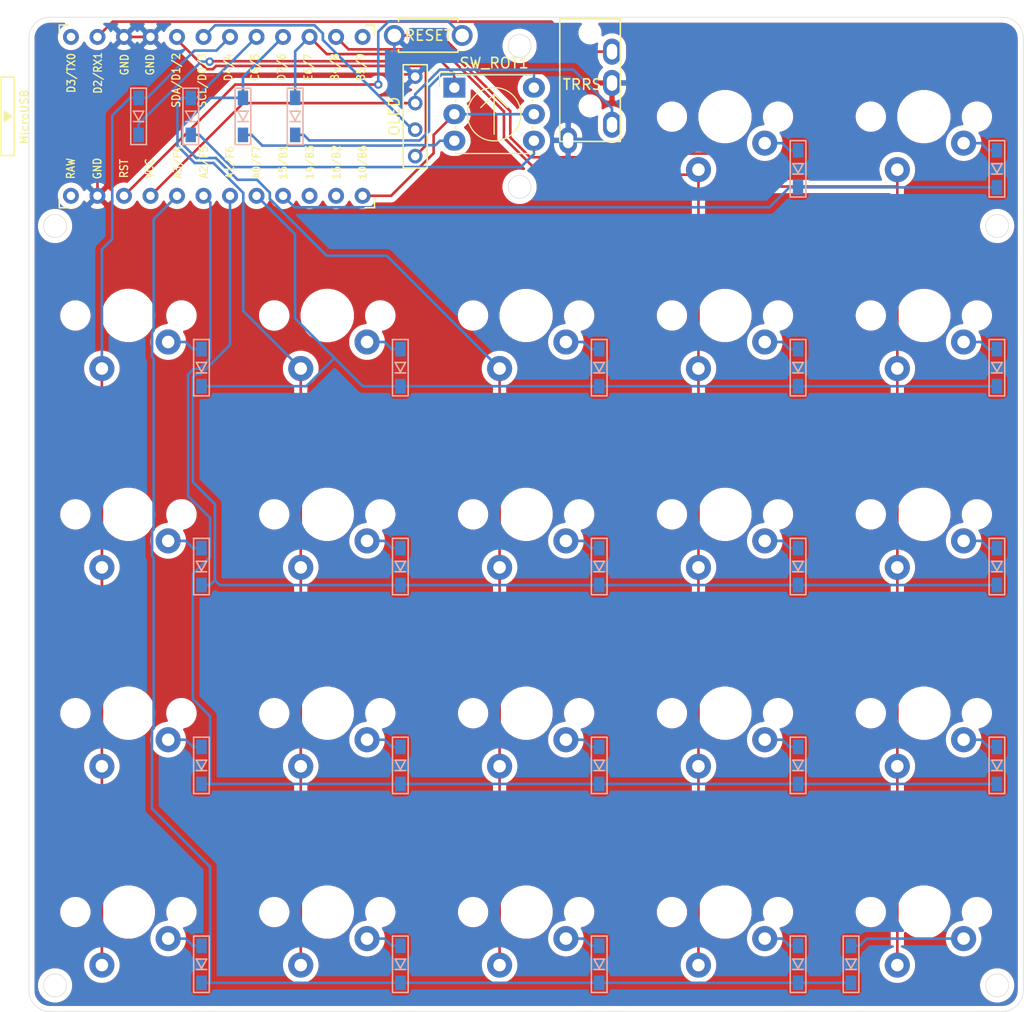
<source format=kicad_pcb>
(kicad_pcb (version 20171130) (host pcbnew "(5.1.9)-1")
  (title_block (title "YUIOP22 Rotary Switch Keyboard") (date 2021-02-13) (rev 1) (company KaoriYa))
  (layers (0 F.Cu signal) (31 B.Cu signal) (34 B.Paste user) (35 F.Paste user) (36 B.SilkS user) (37 F.SilkS user) (38 B.Mask user) (39 F.Mask user) (44 Edge.Cuts user))
  (net 0 "")
  (net 1 /ROW1)
  (net 2 "Net-(D1-Pad2)")
  (net 3 "Net-(D2-Pad2)")
  (net 4 "Net-(D3-Pad2)")
  (net 5 /ROW2)
  (net 6 "Net-(D4-Pad2)")
  (net 7 "Net-(D5-Pad2)")
  (net 8 "Net-(D6-Pad2)")
  (net 9 "Net-(D7-Pad2)")
  (net 10 /ROW3)
  (net 11 "Net-(D8-Pad2)")
  (net 12 "Net-(D9-Pad2)")
  (net 13 "Net-(D10-Pad2)")
  (net 14 "Net-(D11-Pad2)")
  (net 15 "Net-(D12-Pad2)")
  (net 16 /ROW4)
  (net 17 "Net-(D13-Pad2)")
  (net 18 "Net-(D14-Pad2)")
  (net 19 "Net-(D15-Pad2)")
  (net 20 "Net-(D16-Pad2)")
  (net 21 "Net-(D17-Pad2)")
  (net 22 /ROW5)
  (net 23 "Net-(D18-Pad2)")
  (net 24 "Net-(D19-Pad2)")
  (net 25 "Net-(D20-Pad2)")
  (net 26 "Net-(D21-Pad2)")
  (net 27 "Net-(D22-Pad2)")
  (net 28 /COL1)
  (net 29 "Net-(D23-Pad1)")
  (net 30 "Net-(D24-Pad1)")
  (net 31 /COL2)
  (net 32 /COL3)
  (net 33 "Net-(D25-Pad1)")
  (net 34 "Net-(D26-Pad1)")
  (net 35 /COL4)
  (net 36 /CONN)
  (net 37 GND)
  (net 38 VCC)
  (net 39 /SDL)
  (net 40 /SDA)
  (net 41 /COL5)
  (net 42 /RS1)
  (net 43 /RST)
  (module yuiop:D3_SMD_v2_B (layer F.Cu) (at 123.675 64.525 270)
    (fp_text reference D1 hide)
    (fp_text value D hide)
    (pad 1 smd rect (at 1.775 0 90) (size 1.4 1) (layers B.Cu B.Paste B.Mask) (net 1 /ROW1))
    (pad 2 smd rect (at -1.775 0 90) (size 1.4 1) (layers B.Cu B.Paste B.Mask) (net 2 "Net-(D1-Pad2)"))
  )
  (module yuiop:D3_SMD_v2_B (layer F.Cu) (at 142.725 64.525 270)
    (fp_text reference D2 hide)
    (fp_text value D hide)
    (pad 2 smd rect (at -1.775 0 90) (size 1.4 1) (layers B.Cu B.Paste B.Mask) (net 3 "Net-(D2-Pad2)"))
    (pad 1 smd rect (at 1.775 0 90) (size 1.4 1) (layers B.Cu B.Paste B.Mask) (net 1 /ROW1))
  )
  (module yuiop:D3_SMD_v2_B (layer F.Cu) (at 66.525 83.575 270)
    (fp_text reference D3 hide)
    (fp_text value D hide)
    (pad 2 smd rect (at -1.775 0 90) (size 1.4 1) (layers B.Cu B.Paste B.Mask) (net 4 "Net-(D3-Pad2)"))
    (pad 1 smd rect (at 1.775 0 90) (size 1.4 1) (layers B.Cu B.Paste B.Mask) (net 5 /ROW2))
  )
  (module yuiop:D3_SMD_v2_B (layer F.Cu) (at 85.575 83.575 270)
    (fp_text reference D4 hide)
    (fp_text value D hide)
    (pad 1 smd rect (at 1.775 0 90) (size 1.4 1) (layers B.Cu B.Paste B.Mask) (net 5 /ROW2))
    (pad 2 smd rect (at -1.775 0 90) (size 1.4 1) (layers B.Cu B.Paste B.Mask) (net 6 "Net-(D4-Pad2)"))
  )
  (module yuiop:D3_SMD_v2_B (layer F.Cu) (at 104.625 83.575 270)
    (fp_text reference D5 hide)
    (fp_text value D hide)
    (pad 2 smd rect (at -1.775 0 90) (size 1.4 1) (layers B.Cu B.Paste B.Mask) (net 7 "Net-(D5-Pad2)"))
    (pad 1 smd rect (at 1.775 0 90) (size 1.4 1) (layers B.Cu B.Paste B.Mask) (net 5 /ROW2))
  )
  (module yuiop:D3_SMD_v2_B (layer F.Cu) (at 123.675 83.575 270)
    (fp_text reference D6 hide)
    (fp_text value D hide)
    (pad 1 smd rect (at 1.775 0 90) (size 1.4 1) (layers B.Cu B.Paste B.Mask) (net 5 /ROW2))
    (pad 2 smd rect (at -1.775 0 90) (size 1.4 1) (layers B.Cu B.Paste B.Mask) (net 8 "Net-(D6-Pad2)"))
  )
  (module yuiop:D3_SMD_v2_B (layer F.Cu) (at 142.725 83.575 270)
    (fp_text reference D7 hide)
    (fp_text value D hide)
    (pad 2 smd rect (at -1.775 0 90) (size 1.4 1) (layers B.Cu B.Paste B.Mask) (net 9 "Net-(D7-Pad2)"))
    (pad 1 smd rect (at 1.775 0 90) (size 1.4 1) (layers B.Cu B.Paste B.Mask) (net 5 /ROW2))
  )
  (module yuiop:D3_SMD_v2_B (layer F.Cu) (at 66.525 102.625 270)
    (fp_text reference D8 hide)
    (fp_text value D hide)
    (pad 1 smd rect (at 1.775 0 90) (size 1.4 1) (layers B.Cu B.Paste B.Mask) (net 10 /ROW3))
    (pad 2 smd rect (at -1.775 0 90) (size 1.4 1) (layers B.Cu B.Paste B.Mask) (net 11 "Net-(D8-Pad2)"))
  )
  (module yuiop:D3_SMD_v2_B (layer F.Cu) (at 85.575 102.625 270)
    (fp_text reference D9 hide)
    (fp_text value D hide)
    (pad 2 smd rect (at -1.775 0 90) (size 1.4 1) (layers B.Cu B.Paste B.Mask) (net 12 "Net-(D9-Pad2)"))
    (pad 1 smd rect (at 1.775 0 90) (size 1.4 1) (layers B.Cu B.Paste B.Mask) (net 10 /ROW3))
  )
  (module yuiop:D3_SMD_v2_B (layer F.Cu) (at 104.625 102.625 270)
    (fp_text reference D10 hide)
    (fp_text value D hide)
    (pad 1 smd rect (at 1.775 0 90) (size 1.4 1) (layers B.Cu B.Paste B.Mask) (net 10 /ROW3))
    (pad 2 smd rect (at -1.775 0 90) (size 1.4 1) (layers B.Cu B.Paste B.Mask) (net 13 "Net-(D10-Pad2)"))
  )
  (module yuiop:D3_SMD_v2_B (layer F.Cu) (at 123.675 102.625 270)
    (fp_text reference D11 hide)
    (fp_text value D hide)
    (pad 2 smd rect (at -1.775 0 90) (size 1.4 1) (layers B.Cu B.Paste B.Mask) (net 14 "Net-(D11-Pad2)"))
    (pad 1 smd rect (at 1.775 0 90) (size 1.4 1) (layers B.Cu B.Paste B.Mask) (net 10 /ROW3))
  )
  (module yuiop:D3_SMD_v2_B (layer F.Cu) (at 142.725 102.625 270)
    (fp_text reference D12 hide)
    (fp_text value D hide)
    (pad 1 smd rect (at 1.775 0 90) (size 1.4 1) (layers B.Cu B.Paste B.Mask) (net 10 /ROW3))
    (pad 2 smd rect (at -1.775 0 90) (size 1.4 1) (layers B.Cu B.Paste B.Mask) (net 15 "Net-(D12-Pad2)"))
  )
  (module yuiop:D3_SMD_v2_B (layer F.Cu) (at 66.525 121.675 270)
    (fp_text reference D13 hide)
    (fp_text value D hide)
    (pad 1 smd rect (at 1.775 0 90) (size 1.4 1) (layers B.Cu B.Paste B.Mask) (net 16 /ROW4))
    (pad 2 smd rect (at -1.775 0 90) (size 1.4 1) (layers B.Cu B.Paste B.Mask) (net 17 "Net-(D13-Pad2)"))
  )
  (module yuiop:D3_SMD_v2_B (layer F.Cu) (at 85.575 121.675 270)
    (fp_text reference D14 hide)
    (fp_text value D hide)
    (pad 2 smd rect (at -1.775 0 90) (size 1.4 1) (layers B.Cu B.Paste B.Mask) (net 18 "Net-(D14-Pad2)"))
    (pad 1 smd rect (at 1.775 0 90) (size 1.4 1) (layers B.Cu B.Paste B.Mask) (net 16 /ROW4))
  )
  (module yuiop:D3_SMD_v2_B (layer F.Cu) (at 104.625 121.675 270)
    (fp_text reference D15 hide)
    (fp_text value D hide)
    (pad 1 smd rect (at 1.775 0 90) (size 1.4 1) (layers B.Cu B.Paste B.Mask) (net 16 /ROW4))
    (pad 2 smd rect (at -1.775 0 90) (size 1.4 1) (layers B.Cu B.Paste B.Mask) (net 19 "Net-(D15-Pad2)"))
  )
  (module yuiop:D3_SMD_v2_B (layer F.Cu) (at 123.675 121.675 270)
    (fp_text reference D16 hide)
    (fp_text value D hide)
    (pad 2 smd rect (at -1.775 0 90) (size 1.4 1) (layers B.Cu B.Paste B.Mask) (net 20 "Net-(D16-Pad2)"))
    (pad 1 smd rect (at 1.775 0 90) (size 1.4 1) (layers B.Cu B.Paste B.Mask) (net 16 /ROW4))
  )
  (module yuiop:D3_SMD_v2_B (layer F.Cu) (at 142.725 121.675 270)
    (fp_text reference D17 hide)
    (fp_text value D hide)
    (pad 2 smd rect (at -1.775 0 90) (size 1.4 1) (layers B.Cu B.Paste B.Mask) (net 21 "Net-(D17-Pad2)"))
    (pad 1 smd rect (at 1.775 0 90) (size 1.4 1) (layers B.Cu B.Paste B.Mask) (net 16 /ROW4))
  )
  (module yuiop:D3_SMD_v2_B (layer F.Cu) (at 66.525 140.725 270)
    (fp_text reference D18 hide)
    (fp_text value D hide)
    (pad 1 smd rect (at 1.775 0 90) (size 1.4 1) (layers B.Cu B.Paste B.Mask) (net 22 /ROW5))
    (pad 2 smd rect (at -1.775 0 90) (size 1.4 1) (layers B.Cu B.Paste B.Mask) (net 23 "Net-(D18-Pad2)"))
  )
  (module yuiop:D3_SMD_v2_B (layer F.Cu) (at 85.575 140.725 270)
    (fp_text reference D19 hide)
    (fp_text value D hide)
    (pad 2 smd rect (at -1.775 0 90) (size 1.4 1) (layers B.Cu B.Paste B.Mask) (net 24 "Net-(D19-Pad2)"))
    (pad 1 smd rect (at 1.775 0 90) (size 1.4 1) (layers B.Cu B.Paste B.Mask) (net 22 /ROW5))
  )
  (module yuiop:D3_SMD_v2_B (layer F.Cu) (at 104.625 140.725 270)
    (fp_text reference D20 hide)
    (fp_text value D hide)
    (pad 1 smd rect (at 1.775 0 90) (size 1.4 1) (layers B.Cu B.Paste B.Mask) (net 22 /ROW5))
    (pad 2 smd rect (at -1.775 0 90) (size 1.4 1) (layers B.Cu B.Paste B.Mask) (net 25 "Net-(D20-Pad2)"))
  )
  (module yuiop:D3_SMD_v2_B (layer F.Cu) (at 123.675 140.725 270)
    (fp_text reference D21 hide)
    (fp_text value D hide)
    (pad 1 smd rect (at 1.775 0 90) (size 1.4 1) (layers B.Cu B.Paste B.Mask) (net 22 /ROW5))
    (pad 2 smd rect (at -1.775 0 90) (size 1.4 1) (layers B.Cu B.Paste B.Mask) (net 26 "Net-(D21-Pad2)"))
  )
  (module yuiop:D3_SMD_v2_B (layer F.Cu) (at 128.75 140.725 270)
    (fp_text reference D22 hide)
    (fp_text value D hide)
    (pad 2 smd rect (at -1.775 0 90) (size 1.4 1) (layers B.Cu B.Paste B.Mask) (net 27 "Net-(D22-Pad2)"))
    (pad 1 smd rect (at 1.775 0 90) (size 1.4 1) (layers B.Cu B.Paste B.Mask) (net 22 /ROW5))
  )
  (module yuiop:D3_SMD_v2_B (layer F.Cu) (at 60.5 59.5 270)
    (fp_text reference D23 hide)
    (fp_text value D hide)
    (pad 1 smd rect (at 1.775 0 90) (size 1.4 1) (layers B.Cu B.Paste B.Mask) (net 29 "Net-(D23-Pad1)"))
    (pad 2 smd rect (at -1.775 0 90) (size 1.4 1) (layers B.Cu B.Paste B.Mask) (net 28 /COL1))
  )
  (module yuiop:D3_SMD_v2_B (layer F.Cu) (at 65.5 59.5 270)
    (fp_text reference D24 hide)
    (fp_text value D hide)
    (pad 2 smd rect (at -1.775 0 90) (size 1.4 1) (layers B.Cu B.Paste B.Mask) (net 31 /COL2))
    (pad 1 smd rect (at 1.775 0 90) (size 1.4 1) (layers B.Cu B.Paste B.Mask) (net 30 "Net-(D24-Pad1)"))
  )
  (module yuiop:D3_SMD_v2_B (layer F.Cu) (at 70.5 59.5 270)
    (fp_text reference D25 hide)
    (fp_text value D hide)
    (pad 1 smd rect (at 1.775 0 90) (size 1.4 1) (layers B.Cu B.Paste B.Mask) (net 33 "Net-(D25-Pad1)"))
    (pad 2 smd rect (at -1.775 0 90) (size 1.4 1) (layers B.Cu B.Paste B.Mask) (net 32 /COL3))
  )
  (module yuiop:D3_SMD_v2_B (layer F.Cu) (at 75.5 59.5 270)
    (fp_text reference D26 hide)
    (fp_text value D hide)
    (pad 2 smd rect (at -1.775 0 90) (size 1.4 1) (layers B.Cu B.Paste B.Mask) (net 35 /COL4))
    (pad 1 smd rect (at 1.775 0 90) (size 1.4 1) (layers B.Cu B.Paste B.Mask) (net 34 "Net-(D26-Pad1)"))
  )
  (module kbd:MJ-4PP-9_1side (layer F.Cu) (at 103.75 50)
    (fp_text reference J1)
    (fp_text value MJ-4PP-9 hide)
    (fp_text user TRRS (at -0.75 6.45) (layer F.SilkS))
    (pad "" np_thru_hole circle (at 0 1.5) (size 1.2 1.2) (drill 1.2) (layers *.Cu *.Mask))
    (pad "" np_thru_hole circle (at 0 8.5) (size 1.2 1.2) (drill 1.2) (layers *.Cu *.Mask))
    (pad B thru_hole oval (at 2.1 3.3) (size 1.7 2.5) (drill oval 1 1.5) (layers *.Cu B.Mask) (net 36 /CONN))
    (pad C thru_hole oval (at 2.1 6.3) (size 1.7 2.5) (drill oval 1 1.5) (layers *.Cu B.Mask) (net 37 GND))
    (pad D thru_hole oval (at 2.1 10.3) (size 1.7 2.5) (drill oval 1 1.5) (layers *.Cu B.Mask) (net 38 VCC) (clearance 0.15))
    (pad A thru_hole oval (at -2.1 11.8) (size 1.7 2.5) (drill oval 1 1.5) (layers *.Cu B.Mask) (net 37 GND) (clearance 0.15))
  )
  (module yuiop:OLED_128x32 (layer F.Cu) (at 87 59.5 90)
    (fp_text reference OL1 hide)
    (fp_text value OLED hide)
    (fp_text user OLED (at 0 -2 90) (layer F.SilkS))
    (pad 2 thru_hole circle (at -1.27 0 90) (size 1.397 1.397) (drill 0.8128) (layers *.Cu B.Mask) (net 39 /SDL))
    (pad 1 thru_hole circle (at -3.81 0 90) (size 1.397 1.397) (drill 0.8128) (layers *.Cu B.Mask) (net 40 /SDA))
    (pad 4 thru_hole circle (at 3.81 0 90) (size 1.397 1.397) (drill 0.8128) (layers *.Cu B.Mask) (net 37 GND))
    (pad 3 thru_hole circle (at 1.27 0 90) (size 1.397 1.397) (drill 0.8128) (layers *.Cu B.Mask) (net 38 VCC))
  )
  (module yuiop:Switch_CherryMX_1.00u (layer F.Cu) (at 116.675 59.525)
    (fp_text reference SW1 hide)
    (fp_text value SW_PUSH)
    (pad 1 thru_hole circle (at -2.54 5.08 180) (size 2.4 2.4) (drill 1.2) (layers *.Cu B.Mask) (net 35 /COL4))
    (pad 2 thru_hole circle (at 3.81 2.54 180) (size 2.4 2.4) (drill 1.2) (layers *.Cu B.Mask) (net 2 "Net-(D1-Pad2)"))
    (pad "" np_thru_hole circle (at 0 0) (size 4.1 4.1) (drill 4.1) (layers *.Cu *.Mask))
    (pad "" np_thru_hole circle (at -5.08 0 180) (size 1.9 1.9) (drill 1.9) (layers *.Cu *.Mask))
    (pad "" np_thru_hole circle (at 5.08 0 180) (size 1.9 1.9) (drill 1.9) (layers *.Cu *.Mask))
  )
  (module yuiop:Switch_CherryMX_1.00u (layer F.Cu) (at 135.725 59.525)
    (fp_text reference SW2 hide)
    (fp_text value SW_PUSH)
    (pad "" np_thru_hole circle (at 5.08 0 180) (size 1.9 1.9) (drill 1.9) (layers *.Cu *.Mask))
    (pad "" np_thru_hole circle (at -5.08 0 180) (size 1.9 1.9) (drill 1.9) (layers *.Cu *.Mask))
    (pad "" np_thru_hole circle (at 0 0) (size 4.1 4.1) (drill 4.1) (layers *.Cu *.Mask))
    (pad 2 thru_hole circle (at 3.81 2.54 180) (size 2.4 2.4) (drill 1.2) (layers *.Cu B.Mask) (net 3 "Net-(D2-Pad2)"))
    (pad 1 thru_hole circle (at -2.54 5.08 180) (size 2.4 2.4) (drill 1.2) (layers *.Cu B.Mask) (net 41 /COL5))
  )
  (module yuiop:Switch_CherryMX_1.00u (layer F.Cu) (at 59.525 78.575)
    (fp_text reference SW3 hide)
    (fp_text value SW_PUSH)
    (pad 1 thru_hole circle (at -2.54 5.08 180) (size 2.4 2.4) (drill 1.2) (layers *.Cu B.Mask) (net 28 /COL1))
    (pad 2 thru_hole circle (at 3.81 2.54 180) (size 2.4 2.4) (drill 1.2) (layers *.Cu B.Mask) (net 4 "Net-(D3-Pad2)"))
    (pad "" np_thru_hole circle (at 0 0) (size 4.1 4.1) (drill 4.1) (layers *.Cu *.Mask))
    (pad "" np_thru_hole circle (at -5.08 0 180) (size 1.9 1.9) (drill 1.9) (layers *.Cu *.Mask))
    (pad "" np_thru_hole circle (at 5.08 0 180) (size 1.9 1.9) (drill 1.9) (layers *.Cu *.Mask))
  )
  (module yuiop:Switch_CherryMX_1.00u (layer F.Cu) (at 78.575 78.575)
    (fp_text reference SW4 hide)
    (fp_text value SW_PUSH)
    (pad "" np_thru_hole circle (at 5.08 0 180) (size 1.9 1.9) (drill 1.9) (layers *.Cu *.Mask))
    (pad "" np_thru_hole circle (at -5.08 0 180) (size 1.9 1.9) (drill 1.9) (layers *.Cu *.Mask))
    (pad "" np_thru_hole circle (at 0 0) (size 4.1 4.1) (drill 4.1) (layers *.Cu *.Mask))
    (pad 2 thru_hole circle (at 3.81 2.54 180) (size 2.4 2.4) (drill 1.2) (layers *.Cu B.Mask) (net 6 "Net-(D4-Pad2)"))
    (pad 1 thru_hole circle (at -2.54 5.08 180) (size 2.4 2.4) (drill 1.2) (layers *.Cu B.Mask) (net 31 /COL2))
  )
  (module yuiop:Switch_CherryMX_1.00u (layer F.Cu) (at 97.625 78.575)
    (fp_text reference SW5 hide)
    (fp_text value SW_PUSH)
    (pad "" np_thru_hole circle (at 5.08 0 180) (size 1.9 1.9) (drill 1.9) (layers *.Cu *.Mask))
    (pad "" np_thru_hole circle (at -5.08 0 180) (size 1.9 1.9) (drill 1.9) (layers *.Cu *.Mask))
    (pad "" np_thru_hole circle (at 0 0) (size 4.1 4.1) (drill 4.1) (layers *.Cu *.Mask))
    (pad 2 thru_hole circle (at 3.81 2.54 180) (size 2.4 2.4) (drill 1.2) (layers *.Cu B.Mask) (net 7 "Net-(D5-Pad2)"))
    (pad 1 thru_hole circle (at -2.54 5.08 180) (size 2.4 2.4) (drill 1.2) (layers *.Cu B.Mask) (net 32 /COL3))
  )
  (module yuiop:Switch_CherryMX_1.00u (layer F.Cu) (at 116.675 78.575)
    (fp_text reference SW6 hide)
    (fp_text value SW_PUSH)
    (pad 1 thru_hole circle (at -2.54 5.08 180) (size 2.4 2.4) (drill 1.2) (layers *.Cu B.Mask) (net 35 /COL4))
    (pad 2 thru_hole circle (at 3.81 2.54 180) (size 2.4 2.4) (drill 1.2) (layers *.Cu B.Mask) (net 8 "Net-(D6-Pad2)"))
    (pad "" np_thru_hole circle (at 0 0) (size 4.1 4.1) (drill 4.1) (layers *.Cu *.Mask))
    (pad "" np_thru_hole circle (at -5.08 0 180) (size 1.9 1.9) (drill 1.9) (layers *.Cu *.Mask))
    (pad "" np_thru_hole circle (at 5.08 0 180) (size 1.9 1.9) (drill 1.9) (layers *.Cu *.Mask))
  )
  (module yuiop:Switch_CherryMX_1.00u (layer F.Cu) (at 135.725 78.575)
    (fp_text reference SW7 hide)
    (fp_text value SW_PUSH)
    (pad "" np_thru_hole circle (at 5.08 0 180) (size 1.9 1.9) (drill 1.9) (layers *.Cu *.Mask))
    (pad "" np_thru_hole circle (at -5.08 0 180) (size 1.9 1.9) (drill 1.9) (layers *.Cu *.Mask))
    (pad "" np_thru_hole circle (at 0 0) (size 4.1 4.1) (drill 4.1) (layers *.Cu *.Mask))
    (pad 2 thru_hole circle (at 3.81 2.54 180) (size 2.4 2.4) (drill 1.2) (layers *.Cu B.Mask) (net 9 "Net-(D7-Pad2)"))
    (pad 1 thru_hole circle (at -2.54 5.08 180) (size 2.4 2.4) (drill 1.2) (layers *.Cu B.Mask) (net 41 /COL5))
  )
  (module yuiop:Switch_CherryMX_1.00u (layer F.Cu) (at 59.525 97.625)
    (fp_text reference SW8 hide)
    (fp_text value SW_PUSH)
    (pad 1 thru_hole circle (at -2.54 5.08 180) (size 2.4 2.4) (drill 1.2) (layers *.Cu B.Mask) (net 28 /COL1))
    (pad 2 thru_hole circle (at 3.81 2.54 180) (size 2.4 2.4) (drill 1.2) (layers *.Cu B.Mask) (net 11 "Net-(D8-Pad2)"))
    (pad "" np_thru_hole circle (at 0 0) (size 4.1 4.1) (drill 4.1) (layers *.Cu *.Mask))
    (pad "" np_thru_hole circle (at -5.08 0 180) (size 1.9 1.9) (drill 1.9) (layers *.Cu *.Mask))
    (pad "" np_thru_hole circle (at 5.08 0 180) (size 1.9 1.9) (drill 1.9) (layers *.Cu *.Mask))
  )
  (module yuiop:Switch_CherryMX_1.00u (layer F.Cu) (at 78.575 97.625)
    (fp_text reference SW9 hide)
    (fp_text value SW_PUSH)
    (pad "" np_thru_hole circle (at 5.08 0 180) (size 1.9 1.9) (drill 1.9) (layers *.Cu *.Mask))
    (pad "" np_thru_hole circle (at -5.08 0 180) (size 1.9 1.9) (drill 1.9) (layers *.Cu *.Mask))
    (pad "" np_thru_hole circle (at 0 0) (size 4.1 4.1) (drill 4.1) (layers *.Cu *.Mask))
    (pad 2 thru_hole circle (at 3.81 2.54 180) (size 2.4 2.4) (drill 1.2) (layers *.Cu B.Mask) (net 12 "Net-(D9-Pad2)"))
    (pad 1 thru_hole circle (at -2.54 5.08 180) (size 2.4 2.4) (drill 1.2) (layers *.Cu B.Mask) (net 31 /COL2))
  )
  (module yuiop:Switch_CherryMX_1.00u (layer F.Cu) (at 97.625 97.625)
    (fp_text reference SW10 hide)
    (fp_text value SW_PUSH)
    (pad "" np_thru_hole circle (at 5.08 0 180) (size 1.9 1.9) (drill 1.9) (layers *.Cu *.Mask))
    (pad "" np_thru_hole circle (at -5.08 0 180) (size 1.9 1.9) (drill 1.9) (layers *.Cu *.Mask))
    (pad "" np_thru_hole circle (at 0 0) (size 4.1 4.1) (drill 4.1) (layers *.Cu *.Mask))
    (pad 2 thru_hole circle (at 3.81 2.54 180) (size 2.4 2.4) (drill 1.2) (layers *.Cu B.Mask) (net 13 "Net-(D10-Pad2)"))
    (pad 1 thru_hole circle (at -2.54 5.08 180) (size 2.4 2.4) (drill 1.2) (layers *.Cu B.Mask) (net 32 /COL3))
  )
  (module yuiop:Switch_CherryMX_1.00u (layer F.Cu) (at 116.675 97.625)
    (fp_text reference SW11 hide)
    (fp_text value SW_PUSH)
    (pad 1 thru_hole circle (at -2.54 5.08 180) (size 2.4 2.4) (drill 1.2) (layers *.Cu B.Mask) (net 35 /COL4))
    (pad 2 thru_hole circle (at 3.81 2.54 180) (size 2.4 2.4) (drill 1.2) (layers *.Cu B.Mask) (net 14 "Net-(D11-Pad2)"))
    (pad "" np_thru_hole circle (at 0 0) (size 4.1 4.1) (drill 4.1) (layers *.Cu *.Mask))
    (pad "" np_thru_hole circle (at -5.08 0 180) (size 1.9 1.9) (drill 1.9) (layers *.Cu *.Mask))
    (pad "" np_thru_hole circle (at 5.08 0 180) (size 1.9 1.9) (drill 1.9) (layers *.Cu *.Mask))
  )
  (module yuiop:Switch_CherryMX_1.00u (layer F.Cu) (at 135.725 97.625)
    (fp_text reference SW12 hide)
    (fp_text value SW_PUSH)
    (pad 1 thru_hole circle (at -2.54 5.08 180) (size 2.4 2.4) (drill 1.2) (layers *.Cu B.Mask) (net 41 /COL5))
    (pad 2 thru_hole circle (at 3.81 2.54 180) (size 2.4 2.4) (drill 1.2) (layers *.Cu B.Mask) (net 15 "Net-(D12-Pad2)"))
    (pad "" np_thru_hole circle (at 0 0) (size 4.1 4.1) (drill 4.1) (layers *.Cu *.Mask))
    (pad "" np_thru_hole circle (at -5.08 0 180) (size 1.9 1.9) (drill 1.9) (layers *.Cu *.Mask))
    (pad "" np_thru_hole circle (at 5.08 0 180) (size 1.9 1.9) (drill 1.9) (layers *.Cu *.Mask))
  )
  (module yuiop:Switch_CherryMX_1.00u (layer F.Cu) (at 59.525 116.675)
    (fp_text reference SW13 hide)
    (fp_text value SW_PUSH)
    (pad "" np_thru_hole circle (at 5.08 0 180) (size 1.9 1.9) (drill 1.9) (layers *.Cu *.Mask))
    (pad "" np_thru_hole circle (at -5.08 0 180) (size 1.9 1.9) (drill 1.9) (layers *.Cu *.Mask))
    (pad "" np_thru_hole circle (at 0 0) (size 4.1 4.1) (drill 4.1) (layers *.Cu *.Mask))
    (pad 2 thru_hole circle (at 3.81 2.54 180) (size 2.4 2.4) (drill 1.2) (layers *.Cu B.Mask) (net 17 "Net-(D13-Pad2)"))
    (pad 1 thru_hole circle (at -2.54 5.08 180) (size 2.4 2.4) (drill 1.2) (layers *.Cu B.Mask) (net 28 /COL1))
  )
  (module yuiop:Switch_CherryMX_1.00u (layer F.Cu) (at 78.575 116.675)
    (fp_text reference SW14 hide)
    (fp_text value SW_PUSH)
    (pad "" np_thru_hole circle (at 5.08 0 180) (size 1.9 1.9) (drill 1.9) (layers *.Cu *.Mask))
    (pad "" np_thru_hole circle (at -5.08 0 180) (size 1.9 1.9) (drill 1.9) (layers *.Cu *.Mask))
    (pad "" np_thru_hole circle (at 0 0) (size 4.1 4.1) (drill 4.1) (layers *.Cu *.Mask))
    (pad 2 thru_hole circle (at 3.81 2.54 180) (size 2.4 2.4) (drill 1.2) (layers *.Cu B.Mask) (net 18 "Net-(D14-Pad2)"))
    (pad 1 thru_hole circle (at -2.54 5.08 180) (size 2.4 2.4) (drill 1.2) (layers *.Cu B.Mask) (net 31 /COL2))
  )
  (module yuiop:Switch_CherryMX_1.00u (layer F.Cu) (at 97.625 116.675)
    (fp_text reference SW15 hide)
    (fp_text value SW_PUSH)
    (pad 1 thru_hole circle (at -2.54 5.08 180) (size 2.4 2.4) (drill 1.2) (layers *.Cu B.Mask) (net 32 /COL3))
    (pad 2 thru_hole circle (at 3.81 2.54 180) (size 2.4 2.4) (drill 1.2) (layers *.Cu B.Mask) (net 19 "Net-(D15-Pad2)"))
    (pad "" np_thru_hole circle (at 0 0) (size 4.1 4.1) (drill 4.1) (layers *.Cu *.Mask))
    (pad "" np_thru_hole circle (at -5.08 0 180) (size 1.9 1.9) (drill 1.9) (layers *.Cu *.Mask))
    (pad "" np_thru_hole circle (at 5.08 0 180) (size 1.9 1.9) (drill 1.9) (layers *.Cu *.Mask))
  )
  (module yuiop:Switch_CherryMX_1.00u (layer F.Cu) (at 116.675 116.675)
    (fp_text reference SW16 hide)
    (fp_text value SW_PUSH)
    (pad 1 thru_hole circle (at -2.54 5.08 180) (size 2.4 2.4) (drill 1.2) (layers *.Cu B.Mask) (net 35 /COL4))
    (pad 2 thru_hole circle (at 3.81 2.54 180) (size 2.4 2.4) (drill 1.2) (layers *.Cu B.Mask) (net 20 "Net-(D16-Pad2)"))
    (pad "" np_thru_hole circle (at 0 0) (size 4.1 4.1) (drill 4.1) (layers *.Cu *.Mask))
    (pad "" np_thru_hole circle (at -5.08 0 180) (size 1.9 1.9) (drill 1.9) (layers *.Cu *.Mask))
    (pad "" np_thru_hole circle (at 5.08 0 180) (size 1.9 1.9) (drill 1.9) (layers *.Cu *.Mask))
  )
  (module yuiop:Switch_CherryMX_1.00u (layer F.Cu) (at 135.725 116.675)
    (fp_text reference SW17 hide)
    (fp_text value SW_PUSH)
    (pad "" np_thru_hole circle (at 5.08 0 180) (size 1.9 1.9) (drill 1.9) (layers *.Cu *.Mask))
    (pad "" np_thru_hole circle (at -5.08 0 180) (size 1.9 1.9) (drill 1.9) (layers *.Cu *.Mask))
    (pad "" np_thru_hole circle (at 0 0) (size 4.1 4.1) (drill 4.1) (layers *.Cu *.Mask))
    (pad 2 thru_hole circle (at 3.81 2.54 180) (size 2.4 2.4) (drill 1.2) (layers *.Cu B.Mask) (net 21 "Net-(D17-Pad2)"))
    (pad 1 thru_hole circle (at -2.54 5.08 180) (size 2.4 2.4) (drill 1.2) (layers *.Cu B.Mask) (net 41 /COL5))
  )
  (module yuiop:Switch_CherryMX_1.00u (layer F.Cu) (at 59.525 135.725)
    (fp_text reference SW18 hide)
    (fp_text value SW_PUSH)
    (pad 1 thru_hole circle (at -2.54 5.08 180) (size 2.4 2.4) (drill 1.2) (layers *.Cu B.Mask) (net 28 /COL1))
    (pad 2 thru_hole circle (at 3.81 2.54 180) (size 2.4 2.4) (drill 1.2) (layers *.Cu B.Mask) (net 23 "Net-(D18-Pad2)"))
    (pad "" np_thru_hole circle (at 0 0) (size 4.1 4.1) (drill 4.1) (layers *.Cu *.Mask))
    (pad "" np_thru_hole circle (at -5.08 0 180) (size 1.9 1.9) (drill 1.9) (layers *.Cu *.Mask))
    (pad "" np_thru_hole circle (at 5.08 0 180) (size 1.9 1.9) (drill 1.9) (layers *.Cu *.Mask))
  )
  (module yuiop:Switch_CherryMX_1.00u (layer F.Cu) (at 78.575 135.725)
    (fp_text reference SW19 hide)
    (fp_text value SW_PUSH)
    (pad "" np_thru_hole circle (at 5.08 0 180) (size 1.9 1.9) (drill 1.9) (layers *.Cu *.Mask))
    (pad "" np_thru_hole circle (at -5.08 0 180) (size 1.9 1.9) (drill 1.9) (layers *.Cu *.Mask))
    (pad "" np_thru_hole circle (at 0 0) (size 4.1 4.1) (drill 4.1) (layers *.Cu *.Mask))
    (pad 2 thru_hole circle (at 3.81 2.54 180) (size 2.4 2.4) (drill 1.2) (layers *.Cu B.Mask) (net 24 "Net-(D19-Pad2)"))
    (pad 1 thru_hole circle (at -2.54 5.08 180) (size 2.4 2.4) (drill 1.2) (layers *.Cu B.Mask) (net 31 /COL2))
  )
  (module yuiop:Switch_CherryMX_1.00u (layer F.Cu) (at 97.625 135.725)
    (fp_text reference SW20 hide)
    (fp_text value SW_PUSH)
    (pad 1 thru_hole circle (at -2.54 5.08 180) (size 2.4 2.4) (drill 1.2) (layers *.Cu B.Mask) (net 32 /COL3))
    (pad 2 thru_hole circle (at 3.81 2.54 180) (size 2.4 2.4) (drill 1.2) (layers *.Cu B.Mask) (net 25 "Net-(D20-Pad2)"))
    (pad "" np_thru_hole circle (at 0 0) (size 4.1 4.1) (drill 4.1) (layers *.Cu *.Mask))
    (pad "" np_thru_hole circle (at -5.08 0 180) (size 1.9 1.9) (drill 1.9) (layers *.Cu *.Mask))
    (pad "" np_thru_hole circle (at 5.08 0 180) (size 1.9 1.9) (drill 1.9) (layers *.Cu *.Mask))
  )
  (module yuiop:Switch_CherryMX_1.00u (layer F.Cu) (at 116.675 135.725)
    (fp_text reference SW21 hide)
    (fp_text value SW_PUSH)
    (pad "" np_thru_hole circle (at 5.08 0 180) (size 1.9 1.9) (drill 1.9) (layers *.Cu *.Mask))
    (pad "" np_thru_hole circle (at -5.08 0 180) (size 1.9 1.9) (drill 1.9) (layers *.Cu *.Mask))
    (pad "" np_thru_hole circle (at 0 0) (size 4.1 4.1) (drill 4.1) (layers *.Cu *.Mask))
    (pad 2 thru_hole circle (at 3.81 2.54 180) (size 2.4 2.4) (drill 1.2) (layers *.Cu B.Mask) (net 26 "Net-(D21-Pad2)"))
    (pad 1 thru_hole circle (at -2.54 5.08 180) (size 2.4 2.4) (drill 1.2) (layers *.Cu B.Mask) (net 35 /COL4))
  )
  (module yuiop:Switch_CherryMX_1.00u (layer F.Cu) (at 135.725 135.725)
    (fp_text reference SW22 hide)
    (fp_text value SW_PUSH)
    (pad 1 thru_hole circle (at -2.54 5.08 180) (size 2.4 2.4) (drill 1.2) (layers *.Cu B.Mask) (net 41 /COL5))
    (pad 2 thru_hole circle (at 3.81 2.54 180) (size 2.4 2.4) (drill 1.2) (layers *.Cu B.Mask) (net 27 "Net-(D22-Pad2)"))
    (pad "" np_thru_hole circle (at 0 0) (size 4.1 4.1) (drill 4.1) (layers *.Cu *.Mask))
    (pad "" np_thru_hole circle (at -5.08 0 180) (size 1.9 1.9) (drill 1.9) (layers *.Cu *.Mask))
    (pad "" np_thru_hole circle (at 5.08 0 180) (size 1.9 1.9) (drill 1.9) (layers *.Cu *.Mask))
  )
  (module Button_Switch_THT:Nidec_Copal_SH-7010C (layer F.Cu) (at 90.75 56.75)
    (fp_text reference SW_ROT1 (at 3.81 -2.36) (layer F.SilkS))
    (fp_text value SW_Coded_SH-7010)
    (pad 1 thru_hole rect (at 0 0) (size 2.1 1.9) (drill 1) (layers *.Cu B.Mask) (net 29 "Net-(D23-Pad1)"))
    (pad 8 thru_hole oval (at 7.62 0) (size 2.1 1.9) (drill 1) (layers *.Cu B.Mask) (net 34 "Net-(D26-Pad1)"))
    (pad C thru_hole oval (at 0 2.54) (size 2.1 1.9) (drill 1) (layers *.Cu B.Mask) (net 42 /RS1))
    (pad C thru_hole oval (at 7.62 2.54) (size 2.1 1.9) (drill 1) (layers *.Cu B.Mask) (net 42 /RS1))
    (pad 4 thru_hole oval (at 0 5.08) (size 2.1 1.9) (drill 1) (layers *.Cu B.Mask) (net 33 "Net-(D25-Pad1)"))
    (pad 2 thru_hole oval (at 7.62 5.08) (size 2.1 1.9) (drill 1) (layers *.Cu B.Mask) (net 30 "Net-(D24-Pad1)"))
  )
  (module yuiop:ResetSW_2_1side (layer F.Cu) (at 88.25 51.75)
    (fp_text reference SW_RST1 hide)
    (fp_text value SW_PUSH)
    (fp_text user RESET (at 0 0) (layer F.SilkS))
    (pad 2 thru_hole circle (at -3.25 0) (size 2 2) (drill 1.3) (layers *.Cu B.Mask) (net 37 GND))
    (pad 1 thru_hole circle (at 3.25 0) (size 2 2) (drill 1.3) (layers *.Cu B.Mask) (net 43 /RST))
  )
  (module kbd:ProMicro_v3 (layer F.Cu) (at 68.5 59.5 90)
    (fp_text reference U1 hide)
    (fp_text value ProMicro hide)
    (fp_text user MicroUSB (at -0.05 -18.95 90) (layer F.SilkS) (effects (font (size 0.75 0.75) (thickness 0.12))))
    (fp_text user MicroUSB (at -0.05 -18.95 90) (layer F.SilkS) (effects (font (size 0.75 0.75) (thickness 0.12))))
    (fp_text user B4/8 (at 4.705 10.8 90 unlocked) (layer F.SilkS) (effects (font (size 0.75 0.67) (thickness 0.125))))
    (fp_text user D2/RX1 (at 4.155 -11.9 90 unlocked) (layer F.SilkS) (effects (font (size 0.75 0.67) (thickness 0.125))))
    (fp_text user B5/9 (at 4.705 13.3 90 unlocked) (layer F.SilkS) (effects (font (size 0.75 0.67) (thickness 0.125))))
    (fp_text user C6/5 (at 4.705 3.15 90 unlocked) (layer F.SilkS) (effects (font (size 0.75 0.67) (thickness 0.125))))
    (fp_text user SCL/D0/3 (at 3.455 -1.9 90 unlocked) (layer F.SilkS) (effects (font (size 0.75 0.67) (thickness 0.125))))
    (fp_text user SDA/D1/2 (at 3.455 -4.4 90 unlocked) (layer F.SilkS) (effects (font (size 0.75 0.67) (thickness 0.125))))
    (fp_text user D4/4 (at 4.705 0.6 90 unlocked) (layer F.SilkS) (effects (font (size 0.75 0.67) (thickness 0.125))))
    (fp_text user D3/TX0 (at 4.155 -14.45 90 unlocked) (layer F.SilkS) (effects (font (size 0.75 0.67) (thickness 0.125))))
    (fp_text user GND (at 4.955 -6.9 90 unlocked) (layer F.SilkS) (effects (font (size 0.75 0.67) (thickness 0.125))))
    (fp_text user GND (at 4.955 -9.35 90 unlocked) (layer F.SilkS) (effects (font (size 0.75 0.67) (thickness 0.125))))
    (fp_text user D7/6 (at 4.705 5.7 90 unlocked) (layer F.SilkS) (effects (font (size 0.75 0.67) (thickness 0.125))))
    (fp_text user E6/7 (at 4.705 8.25 90 unlocked) (layer F.SilkS) (effects (font (size 0.75 0.67) (thickness 0.125))))
    (fp_text user 16/B2 (at -4.395 10.95 90 unlocked) (layer F.SilkS) (effects (font (size 0.75 0.67) (thickness 0.125))))
    (fp_text user 10/B6 (at -4.395 13.45 90 unlocked) (layer F.SilkS) (effects (font (size 0.75 0.67) (thickness 0.125))))
    (fp_text user 14/B3 (at -4.395 8.4 90 unlocked) (layer F.SilkS) (effects (font (size 0.75 0.67) (thickness 0.125))))
    (fp_text user 15/B1 (at -4.395 5.85 90 unlocked) (layer F.SilkS) (effects (font (size 0.75 0.67) (thickness 0.125))))
    (fp_text user A0/F7 (at -4.395 3.3 90 unlocked) (layer F.SilkS) (effects (font (size 0.75 0.67) (thickness 0.125))))
    (fp_text user A1/F6 (at -4.395 0.75 90 unlocked) (layer F.SilkS) (effects (font (size 0.75 0.67) (thickness 0.125))))
    (fp_text user A2/F5 (at -4.395 -1.75 90 unlocked) (layer F.SilkS) (effects (font (size 0.75 0.67) (thickness 0.125))))
    (fp_text user A3/F4 (at -4.395 -4.25 90 unlocked) (layer F.SilkS) (effects (font (size 0.75 0.67) (thickness 0.125))))
    (fp_text user VCC (at -4.995 -6.95 90 unlocked) (layer F.SilkS) (effects (font (size 0.75 0.67) (thickness 0.125))))
    (fp_text user RST (at -4.995 -9.4 90 unlocked) (layer F.SilkS) (effects (font (size 0.75 0.67) (thickness 0.125))))
    (fp_text user GND (at -4.995 -11.95 90 unlocked) (layer F.SilkS) (effects (font (size 0.75 0.67) (thickness 0.125))))
    (fp_text user RAW (at -4.995 -14.5 90 unlocked) (layer F.SilkS) (effects (font (size 0.75 0.67) (thickness 0.125))))
    (pad 1 thru_hole circle (at 7.6114 -14.478 90) (size 1.524 1.524) (drill 0.8128) (layers *.Cu B.Mask))
    (pad 2 thru_hole circle (at 7.6114 -11.938 90) (size 1.524 1.524) (drill 0.8128) (layers *.Cu B.Mask) (net 36 /CONN))
    (pad 3 thru_hole circle (at 7.6114 -9.398 90) (size 1.524 1.524) (drill 0.8128) (layers *.Cu B.Mask) (net 37 GND))
    (pad 4 thru_hole circle (at 7.6114 -6.858 90) (size 1.524 1.524) (drill 0.8128) (layers *.Cu B.Mask) (net 37 GND))
    (pad 5 thru_hole circle (at 7.6114 -4.318 90) (size 1.524 1.524) (drill 0.8128) (layers *.Cu B.Mask) (net 40 /SDA))
    (pad 6 thru_hole circle (at 7.6114 -1.778 90) (size 1.524 1.524) (drill 0.8128) (layers *.Cu B.Mask) (net 39 /SDL))
    (pad 7 thru_hole circle (at 7.6114 0.762 90) (size 1.524 1.524) (drill 0.8128) (layers *.Cu B.Mask) (net 28 /COL1))
    (pad 8 thru_hole circle (at 7.6114 3.302 90) (size 1.524 1.524) (drill 0.8128) (layers *.Cu B.Mask) (net 31 /COL2))
    (pad 9 thru_hole circle (at 7.6114 5.842 90) (size 1.524 1.524) (drill 0.8128) (layers *.Cu B.Mask) (net 32 /COL3))
    (pad 10 thru_hole circle (at 7.6114 8.382 90) (size 1.524 1.524) (drill 0.8128) (layers *.Cu B.Mask) (net 35 /COL4))
    (pad 11 thru_hole circle (at 7.6114 10.922 90) (size 1.524 1.524) (drill 0.8128) (layers *.Cu B.Mask) (net 41 /COL5))
    (pad 12 thru_hole circle (at 7.6114 13.462 90) (size 1.524 1.524) (drill 0.8128) (layers *.Cu B.Mask))
    (pad 13 thru_hole circle (at -7.6086 13.462 90) (size 1.524 1.524) (drill 0.8128) (layers *.Cu B.Mask) (net 42 /RS1))
    (pad 14 thru_hole circle (at -7.6086 10.922 90) (size 1.524 1.524) (drill 0.8128) (layers *.Cu B.Mask))
    (pad 15 thru_hole circle (at -7.6086 8.382 90) (size 1.524 1.524) (drill 0.8128) (layers *.Cu B.Mask))
    (pad 16 thru_hole circle (at -7.6086 5.842 90) (size 1.524 1.524) (drill 0.8128) (layers *.Cu B.Mask) (net 1 /ROW1))
    (pad 17 thru_hole circle (at -7.6086 3.302 90) (size 1.524 1.524) (drill 0.8128) (layers *.Cu B.Mask) (net 5 /ROW2))
    (pad 18 thru_hole circle (at -7.6086 0.762 90) (size 1.524 1.524) (drill 0.8128) (layers *.Cu B.Mask) (net 10 /ROW3))
    (pad 19 thru_hole circle (at -7.6086 -1.778 90) (size 1.524 1.524) (drill 0.8128) (layers *.Cu B.Mask) (net 16 /ROW4))
    (pad 20 thru_hole circle (at -7.6086 -4.318 90) (size 1.524 1.524) (drill 0.8128) (layers *.Cu B.Mask) (net 22 /ROW5))
    (pad 21 thru_hole circle (at -7.6086 -6.858 90) (size 1.524 1.524) (drill 0.8128) (layers *.Cu B.Mask) (net 38 VCC))
    (pad 22 thru_hole circle (at -7.6086 -9.398 90) (size 1.524 1.524) (drill 0.8128) (layers *.Cu B.Mask) (net 43 /RST))
    (pad 23 thru_hole circle (at -7.6086 -11.938 90) (size 1.524 1.524) (drill 0.8128) (layers *.Cu B.Mask) (net 37 GND))
    (pad 24 thru_hole circle (at -7.6086 -14.478 90) (size 1.524 1.524) (drill 0.8128) (layers *.Cu B.Mask))
  )
  (gr_circle (center 97 52.75) (end 97 51.65) (layer Edge.Cuts) (width 0.05))
  (gr_circle (center 97 66.25) (end 97 65.15) (layer Edge.Cuts) (width 0.05))
  (gr_circle (center 52.5 70) (end 52.5 68.9) (layer Edge.Cuts) (width 0.05))
  (gr_circle (center 142.75 70) (end 142.75 68.9) (layer Edge.Cuts) (width 0.05))
  (gr_circle (center 142.75 142.75) (end 142.75 141.65) (layer Edge.Cuts) (width 0.05))
  (gr_circle (center 52.5 142.75) (end 52.5 141.65) (layer Edge.Cuts) (width 0.05))
  (gr_arc (start 143.25 52) (end 145.25 52) (angle -90) (layer Edge.Cuts) (width 0.05))
  (gr_arc (start 143.25 143.25) (end 143.25 145.25) (angle -90) (layer Edge.Cuts) (width 0.05))
  (gr_arc (start 52 143.25) (end 50 143.25) (angle -90) (layer Edge.Cuts) (width 0.05))
  (gr_arc (start 52 52) (end 52 50) (angle -90) (layer Edge.Cuts) (width 0.05))
  (gr_line (start 143.25 50) (end 52 50) (layer Edge.Cuts) (width 0.05))
  (gr_line (start 145.25 143.25) (end 145.25 52) (layer Edge.Cuts) (width 0.05))
  (gr_line (start 52 145.25) (end 143.25 145.25) (layer Edge.Cuts) (width 0.05))
  (gr_line (start 50 52) (end 50 143.25) (layer Edge.Cuts) (width 0.05))
  (segment (start 123.675 66.3) (end 122.8497 66.3) (width 0.25) (layer B.Cu) (net 1))
  (segment (start 74.342 67.1086) (end 75.4424 68.209) (width 0.25) (layer B.Cu) (net 1))
  (segment (start 75.4424 68.209) (end 120.9407 68.209) (width 0.25) (layer B.Cu) (net 1))
  (segment (start 120.9407 68.209) (end 122.8497 66.3) (width 0.25) (layer B.Cu) (net 1))
  (segment (start 123.675 66.3) (end 142.725 66.3) (width 0.25) (layer B.Cu) (net 1))
  (segment (start 123.675 62.75) (end 122.8497 62.75) (width 0.25) (layer B.Cu) (net 2))
  (segment (start 120.485 62.065) (end 122.1647 62.065) (width 0.25) (layer B.Cu) (net 2))
  (segment (start 122.1647 62.065) (end 122.8497 62.75) (width 0.25) (layer B.Cu) (net 2))
  (segment (start 142.725 62.75) (end 141.8997 62.75) (width 0.25) (layer B.Cu) (net 3))
  (segment (start 139.535 62.065) (end 141.2147 62.065) (width 0.25) (layer B.Cu) (net 3))
  (segment (start 141.2147 62.065) (end 141.8997 62.75) (width 0.25) (layer B.Cu) (net 3))
  (segment (start 66.525 81.8) (end 65.6997 81.8) (width 0.25) (layer B.Cu) (net 4))
  (segment (start 63.335 81.115) (end 65.0147 81.115) (width 0.25) (layer B.Cu) (net 4))
  (segment (start 65.0147 81.115) (end 65.6997 81.8) (width 0.25) (layer B.Cu) (net 4))
  (segment (start 104.625 85.35) (end 123.675 85.35) (width 0.25) (layer B.Cu) (net 5))
  (segment (start 104.2124 85.35) (end 104.625 85.35) (width 0.25) (layer B.Cu) (net 5))
  (segment (start 79.2734 82.6452) (end 81.9782 85.35) (width 0.25) (layer B.Cu) (net 5))
  (segment (start 81.9782 85.35) (end 85.575 85.35) (width 0.25) (layer B.Cu) (net 5))
  (segment (start 71.802 67.1086) (end 75.4877 70.7943) (width 0.25) (layer B.Cu) (net 5))
  (segment (start 75.4877 70.7943) (end 75.4877 78.8595) (width 0.25) (layer B.Cu) (net 5))
  (segment (start 75.4877 78.8595) (end 79.2734 82.6452) (width 0.25) (layer B.Cu) (net 5))
  (segment (start 79.2734 82.6452) (end 76.5686 85.35) (width 0.25) (layer B.Cu) (net 5))
  (segment (start 76.5686 85.35) (end 66.525 85.35) (width 0.25) (layer B.Cu) (net 5))
  (segment (start 85.575 85.35) (end 104.2124 85.35) (width 0.25) (layer B.Cu) (net 5))
  (segment (start 123.675 85.35) (end 142.725 85.35) (width 0.25) (layer B.Cu) (net 5))
  (segment (start 85.575 81.8) (end 84.7497 81.8) (width 0.25) (layer B.Cu) (net 6))
  (segment (start 82.385 81.115) (end 84.0647 81.115) (width 0.25) (layer B.Cu) (net 6))
  (segment (start 84.0647 81.115) (end 84.7497 81.8) (width 0.25) (layer B.Cu) (net 6))
  (segment (start 104.625 81.8) (end 103.7997 81.8) (width 0.25) (layer B.Cu) (net 7))
  (segment (start 101.435 81.115) (end 103.1147 81.115) (width 0.25) (layer B.Cu) (net 7))
  (segment (start 103.1147 81.115) (end 103.7997 81.8) (width 0.25) (layer B.Cu) (net 7))
  (segment (start 123.675 81.8) (end 122.8497 81.8) (width 0.25) (layer B.Cu) (net 8))
  (segment (start 120.485 81.115) (end 122.1647 81.115) (width 0.25) (layer B.Cu) (net 8))
  (segment (start 122.1647 81.115) (end 122.8497 81.8) (width 0.25) (layer B.Cu) (net 8))
  (segment (start 142.725 81.8) (end 141.8997 81.8) (width 0.25) (layer B.Cu) (net 9))
  (segment (start 139.535 81.115) (end 141.2147 81.115) (width 0.25) (layer B.Cu) (net 9))
  (segment (start 141.2147 81.115) (end 141.8997 81.8) (width 0.25) (layer B.Cu) (net 9))
  (segment (start 85.575 104.4) (end 68.2783 104.4) (width 0.25) (layer B.Cu) (net 10))
  (segment (start 68.2783 104.4) (end 67.8143 103.936) (width 0.25) (layer B.Cu) (net 10))
  (segment (start 104.625 104.4) (end 85.575 104.4) (width 0.25) (layer B.Cu) (net 10))
  (segment (start 67.8143 103.936) (end 67.3503 104.4) (width 0.25) (layer B.Cu) (net 10))
  (segment (start 69.262 67.1086) (end 69.262 81.3907) (width 0.25) (layer B.Cu) (net 10))
  (segment (start 69.262 81.3907) (end 66.4664 84.1863) (width 0.25) (layer B.Cu) (net 10))
  (segment (start 66.4664 84.1863) (end 66.0157 84.1863) (width 0.25) (layer B.Cu) (net 10))
  (segment (start 66.0157 84.1863) (end 65.6996 84.5024) (width 0.25) (layer B.Cu) (net 10))
  (segment (start 65.6996 84.5024) (end 65.6996 94.5268) (width 0.25) (layer B.Cu) (net 10))
  (segment (start 65.6996 94.5268) (end 67.8143 96.6415) (width 0.25) (layer B.Cu) (net 10))
  (segment (start 67.8143 96.6415) (end 67.8143 103.936) (width 0.25) (layer B.Cu) (net 10))
  (segment (start 66.525 104.4) (end 67.3503 104.4) (width 0.25) (layer B.Cu) (net 10))
  (segment (start 123.675 104.4) (end 142.725 104.4) (width 0.25) (layer B.Cu) (net 10))
  (segment (start 104.625 104.4) (end 123.675 104.4) (width 0.25) (layer B.Cu) (net 10))
  (segment (start 66.525 100.85) (end 65.6997 100.85) (width 0.25) (layer B.Cu) (net 11))
  (segment (start 63.335 100.165) (end 65.0147 100.165) (width 0.25) (layer B.Cu) (net 11))
  (segment (start 65.0147 100.165) (end 65.6997 100.85) (width 0.25) (layer B.Cu) (net 11))
  (segment (start 85.575 100.85) (end 84.7497 100.85) (width 0.25) (layer B.Cu) (net 12))
  (segment (start 82.385 100.165) (end 84.0647 100.165) (width 0.25) (layer B.Cu) (net 12))
  (segment (start 84.0647 100.165) (end 84.7497 100.85) (width 0.25) (layer B.Cu) (net 12))
  (segment (start 104.625 100.85) (end 103.7997 100.85) (width 0.25) (layer B.Cu) (net 13))
  (segment (start 101.435 100.165) (end 103.1147 100.165) (width 0.25) (layer B.Cu) (net 13))
  (segment (start 103.1147 100.165) (end 103.7997 100.85) (width 0.25) (layer B.Cu) (net 13))
  (segment (start 123.675 100.85) (end 122.8497 100.85) (width 0.25) (layer B.Cu) (net 14))
  (segment (start 120.485 100.165) (end 122.1647 100.165) (width 0.25) (layer B.Cu) (net 14))
  (segment (start 122.1647 100.165) (end 122.8497 100.85) (width 0.25) (layer B.Cu) (net 14))
  (segment (start 142.725 100.85) (end 141.8997 100.85) (width 0.25) (layer B.Cu) (net 15))
  (segment (start 139.535 100.165) (end 141.2147 100.165) (width 0.25) (layer B.Cu) (net 15))
  (segment (start 141.2147 100.165) (end 141.8997 100.85) (width 0.25) (layer B.Cu) (net 15))
  (segment (start 66.722 67.1086) (end 67.3785 67.7651) (width 0.25) (layer B.Cu) (net 16))
  (segment (start 67.3785 67.7651) (end 67.3785 82.6373) (width 0.25) (layer B.Cu) (net 16))
  (segment (start 67.3785 82.6373) (end 66.3341 83.6817) (width 0.25) (layer B.Cu) (net 16))
  (segment (start 66.3341 83.6817) (end 65.7902 83.6817) (width 0.25) (layer B.Cu) (net 16))
  (segment (start 65.7902 83.6817) (end 65.2465 84.2254) (width 0.25) (layer B.Cu) (net 16))
  (segment (start 65.2465 84.2254) (end 65.2465 95.8685) (width 0.25) (layer B.Cu) (net 16))
  (segment (start 65.2465 95.8685) (end 67.3504 97.9724) (width 0.25) (layer B.Cu) (net 16))
  (segment (start 67.3504 97.9724) (end 67.3504 101.6847) (width 0.25) (layer B.Cu) (net 16))
  (segment (start 67.3504 101.6847) (end 65.6996 103.3355) (width 0.25) (layer B.Cu) (net 16))
  (segment (start 65.6996 103.3355) (end 65.6996 115.3025) (width 0.25) (layer B.Cu) (net 16))
  (segment (start 65.6996 115.3025) (end 67.3503 116.9532) (width 0.25) (layer B.Cu) (net 16))
  (segment (start 67.3503 116.9532) (end 67.3503 123.45) (width 0.25) (layer B.Cu) (net 16))
  (segment (start 85.575 123.45) (end 67.3503 123.45) (width 0.25) (layer B.Cu) (net 16))
  (segment (start 104.625 123.45) (end 85.575 123.45) (width 0.25) (layer B.Cu) (net 16))
  (segment (start 66.525 123.45) (end 67.3503 123.45) (width 0.25) (layer B.Cu) (net 16))
  (segment (start 123.675 123.45) (end 142.725 123.45) (width 0.25) (layer B.Cu) (net 16))
  (segment (start 105.0377 123.45) (end 123.675 123.45) (width 0.25) (layer B.Cu) (net 16))
  (segment (start 105.0377 123.45) (end 104.625 123.45) (width 0.25) (layer B.Cu) (net 16))
  (segment (start 66.525 119.9) (end 65.6997 119.9) (width 0.25) (layer B.Cu) (net 17))
  (segment (start 63.335 119.215) (end 65.0147 119.215) (width 0.25) (layer B.Cu) (net 17))
  (segment (start 65.0147 119.215) (end 65.6997 119.9) (width 0.25) (layer B.Cu) (net 17))
  (segment (start 85.575 119.9) (end 84.7497 119.9) (width 0.25) (layer B.Cu) (net 18))
  (segment (start 82.385 119.215) (end 84.0647 119.215) (width 0.25) (layer B.Cu) (net 18))
  (segment (start 84.0647 119.215) (end 84.7497 119.9) (width 0.25) (layer B.Cu) (net 18))
  (segment (start 104.625 119.9) (end 103.7997 119.9) (width 0.25) (layer B.Cu) (net 19))
  (segment (start 101.435 119.215) (end 103.1147 119.215) (width 0.25) (layer B.Cu) (net 19))
  (segment (start 103.1147 119.215) (end 103.7997 119.9) (width 0.25) (layer B.Cu) (net 19))
  (segment (start 123.675 119.9) (end 122.8497 119.9) (width 0.25) (layer B.Cu) (net 20))
  (segment (start 120.485 119.215) (end 122.1647 119.215) (width 0.25) (layer B.Cu) (net 20))
  (segment (start 122.1647 119.215) (end 122.8497 119.9) (width 0.25) (layer B.Cu) (net 20))
  (segment (start 142.725 119.9) (end 141.8997 119.9) (width 0.25) (layer B.Cu) (net 21))
  (segment (start 139.535 119.215) (end 141.2147 119.215) (width 0.25) (layer B.Cu) (net 21))
  (segment (start 141.2147 119.215) (end 141.8997 119.9) (width 0.25) (layer B.Cu) (net 21))
  (segment (start 85.575 142.5) (end 67.3503 142.5) (width 0.25) (layer B.Cu) (net 22))
  (segment (start 104.625 142.5) (end 85.575 142.5) (width 0.25) (layer B.Cu) (net 22))
  (segment (start 66.525 142.5) (end 67.3503 142.5) (width 0.25) (layer B.Cu) (net 22))
  (segment (start 64.182 67.1086) (end 61.945 69.3456) (width 0.25) (layer B.Cu) (net 22))
  (segment (start 61.945 69.3456) (end 61.945 80.0186) (width 0.25) (layer B.Cu) (net 22))
  (segment (start 61.945 80.0186) (end 61.7895 80.1741) (width 0.25) (layer B.Cu) (net 22))
  (segment (start 61.7895 80.1741) (end 61.7895 82.5295) (width 0.25) (layer B.Cu) (net 22))
  (segment (start 61.7895 82.5295) (end 61.9449 82.6849) (width 0.25) (layer B.Cu) (net 22))
  (segment (start 61.9449 82.6849) (end 61.9449 99.0687) (width 0.25) (layer B.Cu) (net 22))
  (segment (start 61.9449 99.0687) (end 61.7895 99.2241) (width 0.25) (layer B.Cu) (net 22))
  (segment (start 61.7895 99.2241) (end 61.7895 101.5795) (width 0.25) (layer B.Cu) (net 22))
  (segment (start 61.7895 101.5795) (end 61.9449 101.7349) (width 0.25) (layer B.Cu) (net 22))
  (segment (start 61.9449 101.7349) (end 61.9449 118.1187) (width 0.25) (layer B.Cu) (net 22))
  (segment (start 61.9449 118.1187) (end 61.7794 118.2842) (width 0.25) (layer B.Cu) (net 22))
  (segment (start 61.7794 118.2842) (end 61.7794 125.8131) (width 0.25) (layer B.Cu) (net 22))
  (segment (start 61.7794 125.8131) (end 67.3503 131.384) (width 0.25) (layer B.Cu) (net 22))
  (segment (start 67.3503 131.384) (end 67.3503 142.5) (width 0.25) (layer B.Cu) (net 22))
  (segment (start 104.625 142.5) (end 123.675 142.5) (width 0.25) (layer B.Cu) (net 22))
  (segment (start 128.75 142.5) (end 123.675 142.5) (width 0.25) (layer B.Cu) (net 22))
  (segment (start 66.525 138.95) (end 65.6997 138.95) (width 0.25) (layer B.Cu) (net 23))
  (segment (start 63.335 138.265) (end 65.0147 138.265) (width 0.25) (layer B.Cu) (net 23))
  (segment (start 65.0147 138.265) (end 65.6997 138.95) (width 0.25) (layer B.Cu) (net 23))
  (segment (start 85.575 138.95) (end 84.7497 138.95) (width 0.25) (layer B.Cu) (net 24))
  (segment (start 82.385 138.265) (end 84.0647 138.265) (width 0.25) (layer B.Cu) (net 24))
  (segment (start 84.0647 138.265) (end 84.7497 138.95) (width 0.25) (layer B.Cu) (net 24))
  (segment (start 104.625 138.95) (end 103.7997 138.95) (width 0.25) (layer B.Cu) (net 25))
  (segment (start 101.435 138.265) (end 103.1147 138.265) (width 0.25) (layer B.Cu) (net 25))
  (segment (start 103.1147 138.265) (end 103.7997 138.95) (width 0.25) (layer B.Cu) (net 25))
  (segment (start 123.675 138.95) (end 122.8497 138.95) (width 0.25) (layer B.Cu) (net 26))
  (segment (start 120.485 138.265) (end 122.1647 138.265) (width 0.25) (layer B.Cu) (net 26))
  (segment (start 122.1647 138.265) (end 122.8497 138.95) (width 0.25) (layer B.Cu) (net 26))
  (segment (start 128.75 138.95) (end 129.5753 138.95) (width 0.25) (layer B.Cu) (net 27))
  (segment (start 139.535 138.265) (end 130.2603 138.265) (width 0.25) (layer B.Cu) (net 27))
  (segment (start 130.2603 138.265) (end 129.5753 138.95) (width 0.25) (layer B.Cu) (net 27))
  (segment (start 60.5 57.725) (end 59.6747 57.725) (width 0.25) (layer B.Cu) (net 28))
  (segment (start 56.985 83.655) (end 56.985 72.243) (width 0.25) (layer B.Cu) (net 28))
  (segment (start 56.985 72.243) (end 57.9754 71.2526) (width 0.25) (layer B.Cu) (net 28))
  (segment (start 57.9754 71.2526) (end 57.9754 59.4243) (width 0.25) (layer B.Cu) (net 28))
  (segment (start 57.9754 59.4243) (end 59.6747 57.725) (width 0.25) (layer B.Cu) (net 28))
  (segment (start 60.5 57.725) (end 61.3253 57.725) (width 0.25) (layer B.Cu) (net 28))
  (segment (start 61.3253 57.725) (end 65.8515 53.1988) (width 0.25) (layer B.Cu) (net 28))
  (segment (start 65.8515 53.1988) (end 67.9518 53.1988) (width 0.25) (layer B.Cu) (net 28))
  (segment (start 67.9518 53.1988) (end 69.262 51.8886) (width 0.25) (layer B.Cu) (net 28))
  (segment (start 56.985 121.755) (end 56.985 140.805) (width 0.25) (layer F.Cu) (net 28))
  (segment (start 56.985 102.705) (end 56.985 121.755) (width 0.25) (layer F.Cu) (net 28))
  (segment (start 56.985 83.655) (end 56.985 102.705) (width 0.25) (layer F.Cu) (net 28))
  (segment (start 67.3134 54.2547) (end 67.3523 54.2158) (width 0.25) (layer F.Cu) (net 29))
  (segment (start 67.3523 54.2158) (end 89.4911 54.2158) (width 0.25) (layer F.Cu) (net 29))
  (segment (start 89.4911 54.2158) (end 90.75 55.4747) (width 0.25) (layer F.Cu) (net 29))
  (segment (start 60.5 61.275) (end 60.5 60.2497) (width 0.25) (layer B.Cu) (net 29))
  (segment (start 90.75 56.75) (end 90.75 55.4747) (width 0.25) (layer F.Cu) (net 29))
  (segment (start 67.3134 54.2547) (end 66.495 54.2547) (width 0.25) (layer B.Cu) (net 29))
  (segment (start 66.495 54.2547) (end 60.5 60.2497) (width 0.25) (layer B.Cu) (net 29))
  (via (at 67.3134 54.2547) (size 0.8) (layers F.Cu B.Cu) (net 29))
  (segment (start 65.5 61.275) (end 66.3253 61.275) (width 0.25) (layer B.Cu) (net 30))
  (segment (start 98.37 61.83) (end 98.37 63.1053) (width 0.25) (layer B.Cu) (net 30))
  (segment (start 98.37 63.1053) (end 97.1185 64.3568) (width 0.25) (layer B.Cu) (net 30))
  (segment (start 97.1185 64.3568) (end 69.4071 64.3568) (width 0.25) (layer B.Cu) (net 30))
  (segment (start 69.4071 64.3568) (end 66.3253 61.275) (width 0.25) (layer B.Cu) (net 30))
  (segment (start 64.6747 57.725) (end 64.2244 58.1753) (width 0.25) (layer B.Cu) (net 31))
  (segment (start 64.2244 58.1753) (end 64.2244 62.3205) (width 0.25) (layer B.Cu) (net 31))
  (segment (start 64.2244 62.3205) (end 65.8701 63.9662) (width 0.25) (layer B.Cu) (net 31))
  (segment (start 65.8701 63.9662) (end 67.6676 63.9662) (width 0.25) (layer B.Cu) (net 31))
  (segment (start 67.6676 63.9662) (end 70.532 66.8306) (width 0.25) (layer B.Cu) (net 31))
  (segment (start 70.532 66.8306) (end 70.532 78.152) (width 0.25) (layer B.Cu) (net 31))
  (segment (start 70.532 78.152) (end 76.035 83.655) (width 0.25) (layer B.Cu) (net 31))
  (segment (start 65.5 57.725) (end 64.6747 57.725) (width 0.25) (layer B.Cu) (net 31))
  (segment (start 65.5 57.725) (end 66.3253 57.725) (width 0.25) (layer B.Cu) (net 31))
  (segment (start 71.802 51.8886) (end 66.3253 57.3653) (width 0.25) (layer B.Cu) (net 31))
  (segment (start 66.3253 57.3653) (end 66.3253 57.725) (width 0.25) (layer B.Cu) (net 31))
  (segment (start 76.035 102.705) (end 76.035 83.655) (width 0.25) (layer F.Cu) (net 31))
  (segment (start 76.035 121.755) (end 76.035 102.705) (width 0.25) (layer F.Cu) (net 31))
  (segment (start 76.035 140.805) (end 76.035 121.755) (width 0.25) (layer F.Cu) (net 31))
  (segment (start 95.085 83.655) (end 84.2773 72.8473) (width 0.25) (layer B.Cu) (net 32))
  (segment (start 84.2773 72.8473) (end 78.5107 72.8473) (width 0.25) (layer B.Cu) (net 32))
  (segment (start 78.5107 72.8473) (end 73.072 67.4086) (width 0.25) (layer B.Cu) (net 32))
  (segment (start 73.072 67.4086) (end 73.072 66.8016) (width 0.25) (layer B.Cu) (net 32))
  (segment (start 73.072 66.8016) (end 71.8439 65.5735) (width 0.25) (layer B.Cu) (net 32))
  (segment (start 71.8439 65.5735) (end 69.9869 65.5735) (width 0.25) (layer B.Cu) (net 32))
  (segment (start 69.9869 65.5735) (end 67.9021 63.4887) (width 0.25) (layer B.Cu) (net 32))
  (segment (start 67.9021 63.4887) (end 66.0295 63.4887) (width 0.25) (layer B.Cu) (net 32))
  (segment (start 66.0295 63.4887) (end 64.6747 62.1339) (width 0.25) (layer B.Cu) (net 32))
  (segment (start 64.6747 62.1339) (end 64.6747 60.4402) (width 0.25) (layer B.Cu) (net 32))
  (segment (start 64.6747 60.4402) (end 67.3899 57.725) (width 0.25) (layer B.Cu) (net 32))
  (segment (start 67.3899 57.725) (end 70.5 57.725) (width 0.25) (layer B.Cu) (net 32))
  (segment (start 70.5 57.725) (end 70.5 55.7306) (width 0.25) (layer B.Cu) (net 32))
  (segment (start 70.5 55.7306) (end 74.342 51.8886) (width 0.25) (layer B.Cu) (net 32))
  (segment (start 95.085 102.705) (end 95.085 121.755) (width 0.25) (layer F.Cu) (net 32))
  (segment (start 95.085 83.655) (end 95.085 102.705) (width 0.25) (layer F.Cu) (net 32))
  (segment (start 95.085 140.805) (end 95.085 121.755) (width 0.25) (layer F.Cu) (net 32))
  (segment (start 70.5 61.275) (end 71.3253 61.275) (width 0.25) (layer B.Cu) (net 33))
  (segment (start 90.75 61.83) (end 89.3747 61.83) (width 0.25) (layer B.Cu) (net 33))
  (segment (start 89.3747 61.83) (end 88.9452 62.2595) (width 0.25) (layer B.Cu) (net 33))
  (segment (start 88.9452 62.2595) (end 86.017 62.2595) (width 0.25) (layer B.Cu) (net 33))
  (segment (start 86.017 62.2595) (end 85.9761 62.3004) (width 0.25) (layer B.Cu) (net 33))
  (segment (start 85.9761 62.3004) (end 72.3507 62.3004) (width 0.25) (layer B.Cu) (net 33))
  (segment (start 72.3507 62.3004) (end 71.3253 61.275) (width 0.25) (layer B.Cu) (net 33))
  (segment (start 75.5 61.275) (end 76.3253 61.275) (width 0.25) (layer B.Cu) (net 34))
  (segment (start 98.37 56.75) (end 98.37 55.4747) (width 0.25) (layer B.Cu) (net 34))
  (segment (start 98.37 55.4747) (end 89.5434 55.4747) (width 0.25) (layer B.Cu) (net 34))
  (segment (start 89.5434 55.4747) (end 88.3244 56.6937) (width 0.25) (layer B.Cu) (net 34))
  (segment (start 88.3244 56.6937) (end 88.3244 60.9098) (width 0.25) (layer B.Cu) (net 34))
  (segment (start 88.3244 60.9098) (end 87.4251 61.8091) (width 0.25) (layer B.Cu) (net 34))
  (segment (start 87.4251 61.8091) (end 76.8594 61.8091) (width 0.25) (layer B.Cu) (net 34))
  (segment (start 76.8594 61.8091) (end 76.3253 61.275) (width 0.25) (layer B.Cu) (net 34))
  (segment (start 76.882 51.8886) (end 78.5234 53.53) (width 0.25) (layer F.Cu) (net 35))
  (segment (start 78.5234 53.53) (end 90.0037 53.53) (width 0.25) (layer F.Cu) (net 35))
  (segment (start 90.0037 53.53) (end 95.4987 59.025) (width 0.25) (layer F.Cu) (net 35))
  (segment (start 95.4987 59.025) (end 95.4987 61.5461) (width 0.25) (layer F.Cu) (net 35))
  (segment (start 95.4987 61.5461) (end 99.0422 65.0896) (width 0.25) (layer F.Cu) (net 35))
  (segment (start 99.0422 65.0896) (end 114.135 65.0896) (width 0.25) (layer F.Cu) (net 35))
  (segment (start 114.135 65.0896) (end 114.135 83.655) (width 0.25) (layer F.Cu) (net 35))
  (segment (start 114.135 64.605) (end 114.135 65.0896) (width 0.25) (layer F.Cu) (net 35))
  (segment (start 76.882 51.8886) (end 75.5 53.2706) (width 0.25) (layer B.Cu) (net 35))
  (segment (start 75.5 53.2706) (end 75.5 57.725) (width 0.25) (layer B.Cu) (net 35))
  (segment (start 114.135 102.705) (end 114.135 83.655) (width 0.25) (layer F.Cu) (net 35))
  (segment (start 114.135 102.705) (end 114.135 121.755) (width 0.25) (layer F.Cu) (net 35))
  (segment (start 114.135 140.805) (end 114.135 121.755) (width 0.25) (layer F.Cu) (net 35))
  (segment (start 105.85 53.3) (end 102.9177 53.3) (width 0.25) (layer F.Cu) (net 36))
  (segment (start 102.9177 53.3) (end 100.0424 50.4247) (width 0.25) (layer F.Cu) (net 36))
  (segment (start 100.0424 50.4247) (end 58.0259 50.4247) (width 0.25) (layer F.Cu) (net 36))
  (segment (start 58.0259 50.4247) (end 56.562 51.8886) (width 0.25) (layer F.Cu) (net 36))
  (segment (start 101.65 56.3) (end 105.85 56.3) (width 0.25) (layer F.Cu) (net 37))
  (segment (start 85 51.75) (end 89.4977 51.75) (width 0.25) (layer F.Cu) (net 37))
  (segment (start 89.4977 51.75) (end 93.0842 55.3365) (width 0.25) (layer F.Cu) (net 37))
  (segment (start 93.0842 55.3365) (end 100.6865 55.3365) (width 0.25) (layer F.Cu) (net 37))
  (segment (start 100.6865 55.3365) (end 101.65 56.3) (width 0.25) (layer F.Cu) (net 37))
  (segment (start 101.65 61.8) (end 101.65 56.3) (width 0.25) (layer F.Cu) (net 37))
  (segment (start 65.2302 55.4768) (end 61.642 51.8886) (width 0.25) (layer F.Cu) (net 37))
  (segment (start 87 55.69) (end 86.7868 55.4768) (width 0.25) (layer F.Cu) (net 37))
  (segment (start 86.7868 55.4768) (end 65.2302 55.4768) (width 0.25) (layer F.Cu) (net 37))
  (segment (start 56.562 67.1086) (end 56.562 64.145) (width 0.25) (layer F.Cu) (net 37))
  (segment (start 56.562 64.145) (end 65.2302 55.4768) (width 0.25) (layer F.Cu) (net 37))
  (segment (start 87 55.69) (end 85 53.69) (width 0.25) (layer B.Cu) (net 37))
  (segment (start 85 53.69) (end 85 51.75) (width 0.25) (layer B.Cu) (net 37))
  (segment (start 59.102 51.8886) (end 61.642 51.8886) (width 0.25) (layer F.Cu) (net 37))
  (segment (start 61.642 67.1086) (end 70.5206 58.23) (width 0.25) (layer F.Cu) (net 38))
  (segment (start 70.5206 58.23) (end 87 58.23) (width 0.25) (layer F.Cu) (net 38))
  (segment (start 105.85 60.3) (end 105.85 58.7247) (width 0.25) (layer B.Cu) (net 38))
  (segment (start 87 58.23) (end 87 57.3812) (width 0.25) (layer B.Cu) (net 38))
  (segment (start 87 57.3812) (end 89.358 55.0232) (width 0.25) (layer B.Cu) (net 38))
  (segment (start 89.358 55.0232) (end 102.1485 55.0232) (width 0.25) (layer B.Cu) (net 38))
  (segment (start 102.1485 55.0232) (end 105.85 58.7247) (width 0.25) (layer B.Cu) (net 38))
  (segment (start 66.722 51.8886) (end 67.8371 50.7735) (width 0.25) (layer B.Cu) (net 39))
  (segment (start 67.8371 50.7735) (end 77.3639 50.7735) (width 0.25) (layer B.Cu) (net 39))
  (segment (start 77.3639 50.7735) (end 78.152 51.5616) (width 0.25) (layer B.Cu) (net 39))
  (segment (start 78.152 51.5616) (end 78.152 52.1725) (width 0.25) (layer B.Cu) (net 39))
  (segment (start 78.152 52.1725) (end 86.7495 60.77) (width 0.25) (layer B.Cu) (net 39))
  (segment (start 86.7495 60.77) (end 87 60.77) (width 0.25) (layer B.Cu) (net 39))
  (segment (start 64.182 51.8886) (end 64.182 52.149) (width 0.25) (layer F.Cu) (net 40))
  (segment (start 64.182 52.149) (end 67.013 54.98) (width 0.25) (layer F.Cu) (net 40))
  (segment (start 67.013 54.98) (end 67.6139 54.98) (width 0.25) (layer F.Cu) (net 40))
  (segment (start 67.6139 54.98) (end 67.9277 54.6662) (width 0.25) (layer F.Cu) (net 40))
  (segment (start 67.9277 54.6662) (end 87.4894 54.6662) (width 0.25) (layer F.Cu) (net 40))
  (segment (start 87.4894 54.6662) (end 88.0246 55.2014) (width 0.25) (layer F.Cu) (net 40))
  (segment (start 88.0246 55.2014) (end 88.0246 62.2854) (width 0.25) (layer F.Cu) (net 40))
  (segment (start 88.0246 62.2854) (end 87 63.31) (width 0.25) (layer F.Cu) (net 40))
  (segment (start 79.422 51.8886) (end 80.613 53.0796) (width 0.25) (layer F.Cu) (net 41))
  (segment (start 80.613 53.0796) (end 90.1902 53.0796) (width 0.25) (layer F.Cu) (net 41))
  (segment (start 90.1902 53.0796) (end 96.1083 58.9977) (width 0.25) (layer F.Cu) (net 41))
  (segment (start 96.1083 58.9977) (end 96.1083 61.5188) (width 0.25) (layer F.Cu) (net 41))
  (segment (start 96.1083 61.5188) (end 98.0046 63.4151) (width 0.25) (layer F.Cu) (net 41))
  (segment (start 98.0046 63.4151) (end 102.7058 63.4151) (width 0.25) (layer F.Cu) (net 41))
  (segment (start 102.7058 63.4151) (end 103.0577 63.0632) (width 0.25) (layer F.Cu) (net 41))
  (segment (start 103.0577 63.0632) (end 115.2974 63.0632) (width 0.25) (layer F.Cu) (net 41))
  (segment (start 115.2974 63.0632) (end 118.4541 66.2199) (width 0.25) (layer F.Cu) (net 41))
  (segment (start 118.4541 66.2199) (end 133.185 66.2199) (width 0.25) (layer F.Cu) (net 41))
  (segment (start 133.185 66.2199) (end 133.185 83.655) (width 0.25) (layer F.Cu) (net 41))
  (segment (start 133.185 64.605) (end 133.185 66.2199) (width 0.25) (layer F.Cu) (net 41))
  (segment (start 133.185 83.655) (end 133.185 102.705) (width 0.25) (layer F.Cu) (net 41))
  (segment (start 133.185 140.805) (end 133.185 121.755) (width 0.25) (layer F.Cu) (net 41))
  (segment (start 133.185 121.755) (end 133.185 102.705) (width 0.25) (layer F.Cu) (net 41))
  (segment (start 98.37 59.29) (end 90.75 59.29) (width 0.25) (layer B.Cu) (net 42))
  (segment (start 88.7655 61.2745) (end 90.75 59.29) (width 0.25) (layer F.Cu) (net 42))
  (segment (start 81.962 67.1086) (end 84.6882 67.1086) (width 0.25) (layer F.Cu) (net 42))
  (segment (start 84.6882 67.1086) (end 88.7655 63.0313) (width 0.25) (layer F.Cu) (net 42))
  (segment (start 88.7655 63.0313) (end 88.7655 61.2745) (width 0.25) (layer F.Cu) (net 42))
  (segment (start 59.102 67.1086) (end 69.759 56.4516) (width 0.25) (layer F.Cu) (net 43))
  (segment (start 69.759 56.4516) (end 83.4596 56.4516) (width 0.25) (layer F.Cu) (net 43))
  (segment (start 91.5 51.75) (end 90.142 50.392) (width 0.25) (layer B.Cu) (net 43))
  (segment (start 90.142 50.392) (end 84.4621 50.392) (width 0.25) (layer B.Cu) (net 43))
  (segment (start 84.4621 50.392) (end 83.4597 51.3944) (width 0.25) (layer B.Cu) (net 43))
  (segment (start 83.4597 51.3944) (end 83.4597 56.4516) (width 0.25) (layer B.Cu) (net 43))
  (segment (start 83.4597 56.4516) (end 83.4596 56.4516) (width 0.25) (layer B.Cu) (net 43))
  (via (at 83.4596 56.4516) (size 0.8) (layers F.Cu B.Cu) (net 43))
  (zone (net 37) (net_name GND) (layer F.Cu) (connect_pads (clearance 0.508)) (min_thickness 0.254) (fill yes (arc_segments 32) (thermal_gap 0.508) (thermal_bridge_width 0.508))
    (polygon (pts (xy 145.25 145.25) (xy 50 145.25) (xy 50 50) (xy 145.25 50)))
  )
  (zone (net 37) (net_name GND) (layer B.Cu) (connect_pads (clearance 0.508)) (min_thickness 0.254) (fill yes (arc_segments 32) (thermal_gap 0.508) (thermal_bridge_width 0.508))
    (polygon (pts (xy 145.25 145.25) (xy 50 145.25) (xy 50 50) (xy 145.25 50)))
  )
)
</source>
